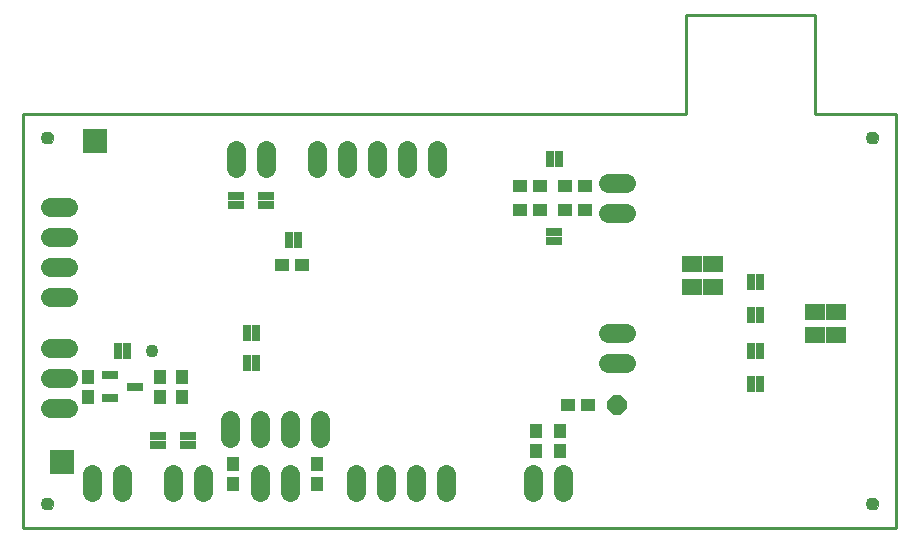
<source format=gbs>
G75*
%MOIN*%
%OFA0B0*%
%FSLAX25Y25*%
%IPPOS*%
%LPD*%
%AMOC8*
5,1,8,0,0,1.08239X$1,22.5*
%
%ADD10C,0.01000*%
%ADD11C,0.00000*%
%ADD12C,0.04337*%
%ADD13R,0.05321X0.02762*%
%ADD14R,0.02900X0.05400*%
%ADD15R,0.04337X0.04731*%
%ADD16R,0.04731X0.04337*%
%ADD17C,0.06400*%
%ADD18R,0.05400X0.02900*%
%ADD19OC8,0.06400*%
%ADD20R,0.08274X0.08274*%
%ADD21R,0.06699X0.05518*%
D10*
X0011500Y0010780D02*
X0011500Y0148780D01*
X0232500Y0148780D01*
X0232500Y0181780D01*
X0275500Y0181780D01*
X0275500Y0148780D01*
X0302500Y0148780D01*
X0302500Y0010780D01*
X0011500Y0010780D01*
D11*
X0017531Y0018780D02*
X0017533Y0018868D01*
X0017539Y0018956D01*
X0017549Y0019044D01*
X0017563Y0019132D01*
X0017580Y0019218D01*
X0017602Y0019304D01*
X0017627Y0019388D01*
X0017657Y0019472D01*
X0017689Y0019554D01*
X0017726Y0019634D01*
X0017766Y0019713D01*
X0017810Y0019790D01*
X0017857Y0019865D01*
X0017907Y0019937D01*
X0017961Y0020008D01*
X0018017Y0020075D01*
X0018077Y0020141D01*
X0018139Y0020203D01*
X0018205Y0020263D01*
X0018272Y0020319D01*
X0018343Y0020373D01*
X0018415Y0020423D01*
X0018490Y0020470D01*
X0018567Y0020514D01*
X0018646Y0020554D01*
X0018726Y0020591D01*
X0018808Y0020623D01*
X0018892Y0020653D01*
X0018976Y0020678D01*
X0019062Y0020700D01*
X0019148Y0020717D01*
X0019236Y0020731D01*
X0019324Y0020741D01*
X0019412Y0020747D01*
X0019500Y0020749D01*
X0019588Y0020747D01*
X0019676Y0020741D01*
X0019764Y0020731D01*
X0019852Y0020717D01*
X0019938Y0020700D01*
X0020024Y0020678D01*
X0020108Y0020653D01*
X0020192Y0020623D01*
X0020274Y0020591D01*
X0020354Y0020554D01*
X0020433Y0020514D01*
X0020510Y0020470D01*
X0020585Y0020423D01*
X0020657Y0020373D01*
X0020728Y0020319D01*
X0020795Y0020263D01*
X0020861Y0020203D01*
X0020923Y0020141D01*
X0020983Y0020075D01*
X0021039Y0020008D01*
X0021093Y0019937D01*
X0021143Y0019865D01*
X0021190Y0019790D01*
X0021234Y0019713D01*
X0021274Y0019634D01*
X0021311Y0019554D01*
X0021343Y0019472D01*
X0021373Y0019388D01*
X0021398Y0019304D01*
X0021420Y0019218D01*
X0021437Y0019132D01*
X0021451Y0019044D01*
X0021461Y0018956D01*
X0021467Y0018868D01*
X0021469Y0018780D01*
X0021467Y0018692D01*
X0021461Y0018604D01*
X0021451Y0018516D01*
X0021437Y0018428D01*
X0021420Y0018342D01*
X0021398Y0018256D01*
X0021373Y0018172D01*
X0021343Y0018088D01*
X0021311Y0018006D01*
X0021274Y0017926D01*
X0021234Y0017847D01*
X0021190Y0017770D01*
X0021143Y0017695D01*
X0021093Y0017623D01*
X0021039Y0017552D01*
X0020983Y0017485D01*
X0020923Y0017419D01*
X0020861Y0017357D01*
X0020795Y0017297D01*
X0020728Y0017241D01*
X0020657Y0017187D01*
X0020585Y0017137D01*
X0020510Y0017090D01*
X0020433Y0017046D01*
X0020354Y0017006D01*
X0020274Y0016969D01*
X0020192Y0016937D01*
X0020108Y0016907D01*
X0020024Y0016882D01*
X0019938Y0016860D01*
X0019852Y0016843D01*
X0019764Y0016829D01*
X0019676Y0016819D01*
X0019588Y0016813D01*
X0019500Y0016811D01*
X0019412Y0016813D01*
X0019324Y0016819D01*
X0019236Y0016829D01*
X0019148Y0016843D01*
X0019062Y0016860D01*
X0018976Y0016882D01*
X0018892Y0016907D01*
X0018808Y0016937D01*
X0018726Y0016969D01*
X0018646Y0017006D01*
X0018567Y0017046D01*
X0018490Y0017090D01*
X0018415Y0017137D01*
X0018343Y0017187D01*
X0018272Y0017241D01*
X0018205Y0017297D01*
X0018139Y0017357D01*
X0018077Y0017419D01*
X0018017Y0017485D01*
X0017961Y0017552D01*
X0017907Y0017623D01*
X0017857Y0017695D01*
X0017810Y0017770D01*
X0017766Y0017847D01*
X0017726Y0017926D01*
X0017689Y0018006D01*
X0017657Y0018088D01*
X0017627Y0018172D01*
X0017602Y0018256D01*
X0017580Y0018342D01*
X0017563Y0018428D01*
X0017549Y0018516D01*
X0017539Y0018604D01*
X0017533Y0018692D01*
X0017531Y0018780D01*
X0017531Y0140780D02*
X0017533Y0140868D01*
X0017539Y0140956D01*
X0017549Y0141044D01*
X0017563Y0141132D01*
X0017580Y0141218D01*
X0017602Y0141304D01*
X0017627Y0141388D01*
X0017657Y0141472D01*
X0017689Y0141554D01*
X0017726Y0141634D01*
X0017766Y0141713D01*
X0017810Y0141790D01*
X0017857Y0141865D01*
X0017907Y0141937D01*
X0017961Y0142008D01*
X0018017Y0142075D01*
X0018077Y0142141D01*
X0018139Y0142203D01*
X0018205Y0142263D01*
X0018272Y0142319D01*
X0018343Y0142373D01*
X0018415Y0142423D01*
X0018490Y0142470D01*
X0018567Y0142514D01*
X0018646Y0142554D01*
X0018726Y0142591D01*
X0018808Y0142623D01*
X0018892Y0142653D01*
X0018976Y0142678D01*
X0019062Y0142700D01*
X0019148Y0142717D01*
X0019236Y0142731D01*
X0019324Y0142741D01*
X0019412Y0142747D01*
X0019500Y0142749D01*
X0019588Y0142747D01*
X0019676Y0142741D01*
X0019764Y0142731D01*
X0019852Y0142717D01*
X0019938Y0142700D01*
X0020024Y0142678D01*
X0020108Y0142653D01*
X0020192Y0142623D01*
X0020274Y0142591D01*
X0020354Y0142554D01*
X0020433Y0142514D01*
X0020510Y0142470D01*
X0020585Y0142423D01*
X0020657Y0142373D01*
X0020728Y0142319D01*
X0020795Y0142263D01*
X0020861Y0142203D01*
X0020923Y0142141D01*
X0020983Y0142075D01*
X0021039Y0142008D01*
X0021093Y0141937D01*
X0021143Y0141865D01*
X0021190Y0141790D01*
X0021234Y0141713D01*
X0021274Y0141634D01*
X0021311Y0141554D01*
X0021343Y0141472D01*
X0021373Y0141388D01*
X0021398Y0141304D01*
X0021420Y0141218D01*
X0021437Y0141132D01*
X0021451Y0141044D01*
X0021461Y0140956D01*
X0021467Y0140868D01*
X0021469Y0140780D01*
X0021467Y0140692D01*
X0021461Y0140604D01*
X0021451Y0140516D01*
X0021437Y0140428D01*
X0021420Y0140342D01*
X0021398Y0140256D01*
X0021373Y0140172D01*
X0021343Y0140088D01*
X0021311Y0140006D01*
X0021274Y0139926D01*
X0021234Y0139847D01*
X0021190Y0139770D01*
X0021143Y0139695D01*
X0021093Y0139623D01*
X0021039Y0139552D01*
X0020983Y0139485D01*
X0020923Y0139419D01*
X0020861Y0139357D01*
X0020795Y0139297D01*
X0020728Y0139241D01*
X0020657Y0139187D01*
X0020585Y0139137D01*
X0020510Y0139090D01*
X0020433Y0139046D01*
X0020354Y0139006D01*
X0020274Y0138969D01*
X0020192Y0138937D01*
X0020108Y0138907D01*
X0020024Y0138882D01*
X0019938Y0138860D01*
X0019852Y0138843D01*
X0019764Y0138829D01*
X0019676Y0138819D01*
X0019588Y0138813D01*
X0019500Y0138811D01*
X0019412Y0138813D01*
X0019324Y0138819D01*
X0019236Y0138829D01*
X0019148Y0138843D01*
X0019062Y0138860D01*
X0018976Y0138882D01*
X0018892Y0138907D01*
X0018808Y0138937D01*
X0018726Y0138969D01*
X0018646Y0139006D01*
X0018567Y0139046D01*
X0018490Y0139090D01*
X0018415Y0139137D01*
X0018343Y0139187D01*
X0018272Y0139241D01*
X0018205Y0139297D01*
X0018139Y0139357D01*
X0018077Y0139419D01*
X0018017Y0139485D01*
X0017961Y0139552D01*
X0017907Y0139623D01*
X0017857Y0139695D01*
X0017810Y0139770D01*
X0017766Y0139847D01*
X0017726Y0139926D01*
X0017689Y0140006D01*
X0017657Y0140088D01*
X0017627Y0140172D01*
X0017602Y0140256D01*
X0017580Y0140342D01*
X0017563Y0140428D01*
X0017549Y0140516D01*
X0017539Y0140604D01*
X0017533Y0140692D01*
X0017531Y0140780D01*
X0292531Y0140780D02*
X0292533Y0140868D01*
X0292539Y0140956D01*
X0292549Y0141044D01*
X0292563Y0141132D01*
X0292580Y0141218D01*
X0292602Y0141304D01*
X0292627Y0141388D01*
X0292657Y0141472D01*
X0292689Y0141554D01*
X0292726Y0141634D01*
X0292766Y0141713D01*
X0292810Y0141790D01*
X0292857Y0141865D01*
X0292907Y0141937D01*
X0292961Y0142008D01*
X0293017Y0142075D01*
X0293077Y0142141D01*
X0293139Y0142203D01*
X0293205Y0142263D01*
X0293272Y0142319D01*
X0293343Y0142373D01*
X0293415Y0142423D01*
X0293490Y0142470D01*
X0293567Y0142514D01*
X0293646Y0142554D01*
X0293726Y0142591D01*
X0293808Y0142623D01*
X0293892Y0142653D01*
X0293976Y0142678D01*
X0294062Y0142700D01*
X0294148Y0142717D01*
X0294236Y0142731D01*
X0294324Y0142741D01*
X0294412Y0142747D01*
X0294500Y0142749D01*
X0294588Y0142747D01*
X0294676Y0142741D01*
X0294764Y0142731D01*
X0294852Y0142717D01*
X0294938Y0142700D01*
X0295024Y0142678D01*
X0295108Y0142653D01*
X0295192Y0142623D01*
X0295274Y0142591D01*
X0295354Y0142554D01*
X0295433Y0142514D01*
X0295510Y0142470D01*
X0295585Y0142423D01*
X0295657Y0142373D01*
X0295728Y0142319D01*
X0295795Y0142263D01*
X0295861Y0142203D01*
X0295923Y0142141D01*
X0295983Y0142075D01*
X0296039Y0142008D01*
X0296093Y0141937D01*
X0296143Y0141865D01*
X0296190Y0141790D01*
X0296234Y0141713D01*
X0296274Y0141634D01*
X0296311Y0141554D01*
X0296343Y0141472D01*
X0296373Y0141388D01*
X0296398Y0141304D01*
X0296420Y0141218D01*
X0296437Y0141132D01*
X0296451Y0141044D01*
X0296461Y0140956D01*
X0296467Y0140868D01*
X0296469Y0140780D01*
X0296467Y0140692D01*
X0296461Y0140604D01*
X0296451Y0140516D01*
X0296437Y0140428D01*
X0296420Y0140342D01*
X0296398Y0140256D01*
X0296373Y0140172D01*
X0296343Y0140088D01*
X0296311Y0140006D01*
X0296274Y0139926D01*
X0296234Y0139847D01*
X0296190Y0139770D01*
X0296143Y0139695D01*
X0296093Y0139623D01*
X0296039Y0139552D01*
X0295983Y0139485D01*
X0295923Y0139419D01*
X0295861Y0139357D01*
X0295795Y0139297D01*
X0295728Y0139241D01*
X0295657Y0139187D01*
X0295585Y0139137D01*
X0295510Y0139090D01*
X0295433Y0139046D01*
X0295354Y0139006D01*
X0295274Y0138969D01*
X0295192Y0138937D01*
X0295108Y0138907D01*
X0295024Y0138882D01*
X0294938Y0138860D01*
X0294852Y0138843D01*
X0294764Y0138829D01*
X0294676Y0138819D01*
X0294588Y0138813D01*
X0294500Y0138811D01*
X0294412Y0138813D01*
X0294324Y0138819D01*
X0294236Y0138829D01*
X0294148Y0138843D01*
X0294062Y0138860D01*
X0293976Y0138882D01*
X0293892Y0138907D01*
X0293808Y0138937D01*
X0293726Y0138969D01*
X0293646Y0139006D01*
X0293567Y0139046D01*
X0293490Y0139090D01*
X0293415Y0139137D01*
X0293343Y0139187D01*
X0293272Y0139241D01*
X0293205Y0139297D01*
X0293139Y0139357D01*
X0293077Y0139419D01*
X0293017Y0139485D01*
X0292961Y0139552D01*
X0292907Y0139623D01*
X0292857Y0139695D01*
X0292810Y0139770D01*
X0292766Y0139847D01*
X0292726Y0139926D01*
X0292689Y0140006D01*
X0292657Y0140088D01*
X0292627Y0140172D01*
X0292602Y0140256D01*
X0292580Y0140342D01*
X0292563Y0140428D01*
X0292549Y0140516D01*
X0292539Y0140604D01*
X0292533Y0140692D01*
X0292531Y0140780D01*
X0292531Y0018780D02*
X0292533Y0018868D01*
X0292539Y0018956D01*
X0292549Y0019044D01*
X0292563Y0019132D01*
X0292580Y0019218D01*
X0292602Y0019304D01*
X0292627Y0019388D01*
X0292657Y0019472D01*
X0292689Y0019554D01*
X0292726Y0019634D01*
X0292766Y0019713D01*
X0292810Y0019790D01*
X0292857Y0019865D01*
X0292907Y0019937D01*
X0292961Y0020008D01*
X0293017Y0020075D01*
X0293077Y0020141D01*
X0293139Y0020203D01*
X0293205Y0020263D01*
X0293272Y0020319D01*
X0293343Y0020373D01*
X0293415Y0020423D01*
X0293490Y0020470D01*
X0293567Y0020514D01*
X0293646Y0020554D01*
X0293726Y0020591D01*
X0293808Y0020623D01*
X0293892Y0020653D01*
X0293976Y0020678D01*
X0294062Y0020700D01*
X0294148Y0020717D01*
X0294236Y0020731D01*
X0294324Y0020741D01*
X0294412Y0020747D01*
X0294500Y0020749D01*
X0294588Y0020747D01*
X0294676Y0020741D01*
X0294764Y0020731D01*
X0294852Y0020717D01*
X0294938Y0020700D01*
X0295024Y0020678D01*
X0295108Y0020653D01*
X0295192Y0020623D01*
X0295274Y0020591D01*
X0295354Y0020554D01*
X0295433Y0020514D01*
X0295510Y0020470D01*
X0295585Y0020423D01*
X0295657Y0020373D01*
X0295728Y0020319D01*
X0295795Y0020263D01*
X0295861Y0020203D01*
X0295923Y0020141D01*
X0295983Y0020075D01*
X0296039Y0020008D01*
X0296093Y0019937D01*
X0296143Y0019865D01*
X0296190Y0019790D01*
X0296234Y0019713D01*
X0296274Y0019634D01*
X0296311Y0019554D01*
X0296343Y0019472D01*
X0296373Y0019388D01*
X0296398Y0019304D01*
X0296420Y0019218D01*
X0296437Y0019132D01*
X0296451Y0019044D01*
X0296461Y0018956D01*
X0296467Y0018868D01*
X0296469Y0018780D01*
X0296467Y0018692D01*
X0296461Y0018604D01*
X0296451Y0018516D01*
X0296437Y0018428D01*
X0296420Y0018342D01*
X0296398Y0018256D01*
X0296373Y0018172D01*
X0296343Y0018088D01*
X0296311Y0018006D01*
X0296274Y0017926D01*
X0296234Y0017847D01*
X0296190Y0017770D01*
X0296143Y0017695D01*
X0296093Y0017623D01*
X0296039Y0017552D01*
X0295983Y0017485D01*
X0295923Y0017419D01*
X0295861Y0017357D01*
X0295795Y0017297D01*
X0295728Y0017241D01*
X0295657Y0017187D01*
X0295585Y0017137D01*
X0295510Y0017090D01*
X0295433Y0017046D01*
X0295354Y0017006D01*
X0295274Y0016969D01*
X0295192Y0016937D01*
X0295108Y0016907D01*
X0295024Y0016882D01*
X0294938Y0016860D01*
X0294852Y0016843D01*
X0294764Y0016829D01*
X0294676Y0016819D01*
X0294588Y0016813D01*
X0294500Y0016811D01*
X0294412Y0016813D01*
X0294324Y0016819D01*
X0294236Y0016829D01*
X0294148Y0016843D01*
X0294062Y0016860D01*
X0293976Y0016882D01*
X0293892Y0016907D01*
X0293808Y0016937D01*
X0293726Y0016969D01*
X0293646Y0017006D01*
X0293567Y0017046D01*
X0293490Y0017090D01*
X0293415Y0017137D01*
X0293343Y0017187D01*
X0293272Y0017241D01*
X0293205Y0017297D01*
X0293139Y0017357D01*
X0293077Y0017419D01*
X0293017Y0017485D01*
X0292961Y0017552D01*
X0292907Y0017623D01*
X0292857Y0017695D01*
X0292810Y0017770D01*
X0292766Y0017847D01*
X0292726Y0017926D01*
X0292689Y0018006D01*
X0292657Y0018088D01*
X0292627Y0018172D01*
X0292602Y0018256D01*
X0292580Y0018342D01*
X0292563Y0018428D01*
X0292549Y0018516D01*
X0292539Y0018604D01*
X0292533Y0018692D01*
X0292531Y0018780D01*
D12*
X0294500Y0018780D03*
X0294500Y0140780D03*
X0054500Y0069780D03*
X0019500Y0018780D03*
X0019500Y0140780D03*
D13*
X0040366Y0061520D03*
X0048634Y0057780D03*
X0040366Y0054040D03*
D14*
X0042900Y0069780D03*
X0046100Y0069780D03*
X0085900Y0065780D03*
X0089100Y0065780D03*
X0089100Y0075780D03*
X0085900Y0075780D03*
X0099900Y0106780D03*
X0103100Y0106780D03*
X0186900Y0133780D03*
X0190100Y0133780D03*
X0253900Y0092780D03*
X0257100Y0092780D03*
X0257100Y0081780D03*
X0253900Y0081780D03*
X0253900Y0069780D03*
X0257100Y0069780D03*
X0257100Y0058780D03*
X0253900Y0058780D03*
D15*
X0190500Y0043126D03*
X0182500Y0043126D03*
X0182500Y0036433D03*
X0190500Y0036433D03*
X0109500Y0032126D03*
X0109500Y0025433D03*
X0081500Y0025433D03*
X0081500Y0032126D03*
X0064500Y0054433D03*
X0057000Y0054433D03*
X0057000Y0061126D03*
X0064500Y0061126D03*
X0033000Y0061126D03*
X0033000Y0054433D03*
D16*
X0097654Y0098280D03*
X0104346Y0098280D03*
X0177154Y0116780D03*
X0183846Y0116780D03*
X0192154Y0116780D03*
X0198846Y0116780D03*
X0198846Y0124780D03*
X0192154Y0124780D03*
X0183846Y0124780D03*
X0177154Y0124780D03*
X0193154Y0051780D03*
X0199846Y0051780D03*
D17*
X0206500Y0065780D02*
X0212500Y0065780D01*
X0212500Y0075780D02*
X0206500Y0075780D01*
X0206500Y0115780D02*
X0212500Y0115780D01*
X0212500Y0125780D02*
X0206500Y0125780D01*
X0149500Y0130780D02*
X0149500Y0136780D01*
X0139500Y0136780D02*
X0139500Y0130780D01*
X0129500Y0130780D02*
X0129500Y0136780D01*
X0119500Y0136780D02*
X0119500Y0130780D01*
X0109500Y0130780D02*
X0109500Y0136780D01*
X0092500Y0136780D02*
X0092500Y0130780D01*
X0082500Y0130780D02*
X0082500Y0136780D01*
X0026500Y0117780D02*
X0020500Y0117780D01*
X0020500Y0107780D02*
X0026500Y0107780D01*
X0026500Y0097780D02*
X0020500Y0097780D01*
X0020500Y0087780D02*
X0026500Y0087780D01*
X0026500Y0070780D02*
X0020500Y0070780D01*
X0020500Y0060780D02*
X0026500Y0060780D01*
X0026500Y0050780D02*
X0020500Y0050780D01*
X0034500Y0028780D02*
X0034500Y0022780D01*
X0044500Y0022780D02*
X0044500Y0028780D01*
X0061500Y0028780D02*
X0061500Y0022780D01*
X0071500Y0022780D02*
X0071500Y0028780D01*
X0080500Y0040780D02*
X0080500Y0046780D01*
X0090500Y0046780D02*
X0090500Y0040780D01*
X0100500Y0040780D02*
X0100500Y0046780D01*
X0110500Y0046780D02*
X0110500Y0040780D01*
X0100500Y0028780D02*
X0100500Y0022780D01*
X0090500Y0022780D02*
X0090500Y0028780D01*
X0122500Y0028780D02*
X0122500Y0022780D01*
X0132500Y0022780D02*
X0132500Y0028780D01*
X0142500Y0028780D02*
X0142500Y0022780D01*
X0152500Y0022780D02*
X0152500Y0028780D01*
X0181500Y0028780D02*
X0181500Y0022780D01*
X0191500Y0022780D02*
X0191500Y0028780D01*
D18*
X0066500Y0038180D03*
X0066500Y0041380D03*
X0056500Y0041380D03*
X0056500Y0038180D03*
X0188500Y0106180D03*
X0188500Y0109380D03*
X0092500Y0118180D03*
X0092500Y0121380D03*
X0082500Y0121380D03*
X0082500Y0118180D03*
D19*
X0209500Y0051780D03*
D20*
X0035500Y0139780D03*
X0024500Y0032780D03*
D21*
X0234500Y0090843D03*
X0241500Y0090843D03*
X0241500Y0098717D03*
X0234500Y0098717D03*
X0275500Y0082717D03*
X0282500Y0082717D03*
X0282500Y0074843D03*
X0275500Y0074843D03*
M02*

</source>
